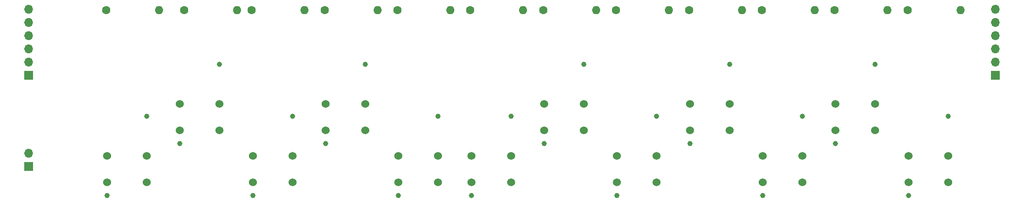
<source format=gbs>
%TF.GenerationSoftware,KiCad,Pcbnew,7.0.3*%
%TF.CreationDate,2023-06-01T18:05:34-04:00*%
%TF.ProjectId,KeyModule,4b65794d-6f64-4756-9c65-2e6b69636164,rev?*%
%TF.SameCoordinates,Original*%
%TF.FileFunction,Soldermask,Bot*%
%TF.FilePolarity,Negative*%
%FSLAX46Y46*%
G04 Gerber Fmt 4.6, Leading zero omitted, Abs format (unit mm)*
G04 Created by KiCad (PCBNEW 7.0.3) date 2023-06-01 18:05:34*
%MOMM*%
%LPD*%
G01*
G04 APERTURE LIST*
%ADD10C,1.000000*%
%ADD11C,1.524000*%
%ADD12R,1.700000X1.700000*%
%ADD13O,1.700000X1.700000*%
%ADD14C,1.600000*%
%ADD15O,1.600000X1.600000*%
G04 APERTURE END LIST*
D10*
X131190000Y-37620000D03*
X138810000Y-22380000D03*
D11*
X131190000Y-30000000D03*
X131190000Y-35080000D03*
X138810000Y-30000000D03*
X138810000Y-35080000D03*
D12*
X189900000Y-24500000D03*
D13*
X189900000Y-21960000D03*
X189900000Y-19420000D03*
X189900000Y-16880000D03*
X189900000Y-14340000D03*
X189900000Y-11800000D03*
D14*
X34000000Y-12000000D03*
D15*
X44160000Y-12000000D03*
D10*
X47190000Y-47620000D03*
X54810000Y-32380000D03*
D11*
X47190000Y-40000000D03*
X47190000Y-45080000D03*
X54810000Y-40000000D03*
X54810000Y-45080000D03*
D14*
X103000000Y-12000000D03*
D15*
X113160000Y-12000000D03*
D14*
X173000000Y-12000000D03*
D15*
X183160000Y-12000000D03*
D14*
X131000000Y-12000000D03*
D15*
X141160000Y-12000000D03*
D14*
X117000000Y-12000000D03*
D15*
X127160000Y-12000000D03*
D10*
X117190000Y-47620000D03*
X124810000Y-32380000D03*
D11*
X117190000Y-40000000D03*
X117190000Y-45080000D03*
X124810000Y-40000000D03*
X124810000Y-45080000D03*
D14*
X47000000Y-12000000D03*
D15*
X57160000Y-12000000D03*
D10*
X61190000Y-37620000D03*
X68810000Y-22380000D03*
D11*
X61190000Y-30000000D03*
X61190000Y-35080000D03*
X68810000Y-30000000D03*
X68810000Y-35080000D03*
D10*
X75190000Y-47620000D03*
X82810000Y-32380000D03*
D11*
X75190000Y-40000000D03*
X75190000Y-45080000D03*
X82810000Y-40000000D03*
X82810000Y-45080000D03*
D14*
X159000000Y-12000000D03*
D15*
X169160000Y-12000000D03*
D10*
X89190000Y-47620000D03*
X96810000Y-32380000D03*
D11*
X89190000Y-40000000D03*
X89190000Y-45080000D03*
X96810000Y-40000000D03*
X96810000Y-45080000D03*
D14*
X61000000Y-12000000D03*
D15*
X71160000Y-12000000D03*
D14*
X19000000Y-12000000D03*
D15*
X29160000Y-12000000D03*
D14*
X89000000Y-12000000D03*
D15*
X99160000Y-12000000D03*
D10*
X103190000Y-37620000D03*
X110810000Y-22380000D03*
D11*
X103190000Y-30000000D03*
X103190000Y-35080000D03*
X110810000Y-30000000D03*
X110810000Y-35080000D03*
D14*
X75000000Y-12000000D03*
D15*
X85160000Y-12000000D03*
D10*
X33190000Y-37620000D03*
X40810000Y-22380000D03*
D11*
X33190000Y-30000000D03*
X33190000Y-35080000D03*
X40810000Y-30000000D03*
X40810000Y-35080000D03*
D12*
X4160000Y-42000000D03*
D13*
X4160000Y-39460000D03*
D10*
X173190000Y-47620000D03*
X180810000Y-32380000D03*
D11*
X173190000Y-40000000D03*
X173190000Y-45080000D03*
X180810000Y-40000000D03*
X180810000Y-45080000D03*
D14*
X145000000Y-12000000D03*
D15*
X155160000Y-12000000D03*
D10*
X19190000Y-47620000D03*
X26810000Y-32380000D03*
D11*
X19190000Y-40000000D03*
X19190000Y-45080000D03*
X26810000Y-40000000D03*
X26810000Y-45080000D03*
D12*
X4160000Y-24500000D03*
D13*
X4160000Y-21960000D03*
X4160000Y-19420000D03*
X4160000Y-16880000D03*
X4160000Y-14340000D03*
X4160000Y-11800000D03*
D10*
X159190000Y-37620000D03*
X166810000Y-22380000D03*
D11*
X159190000Y-30000000D03*
X159190000Y-35080000D03*
X166810000Y-30000000D03*
X166810000Y-35080000D03*
D10*
X145190000Y-47620000D03*
X152810000Y-32380000D03*
D11*
X145190000Y-40000000D03*
X145190000Y-45080000D03*
X152810000Y-40000000D03*
X152810000Y-45080000D03*
M02*

</source>
